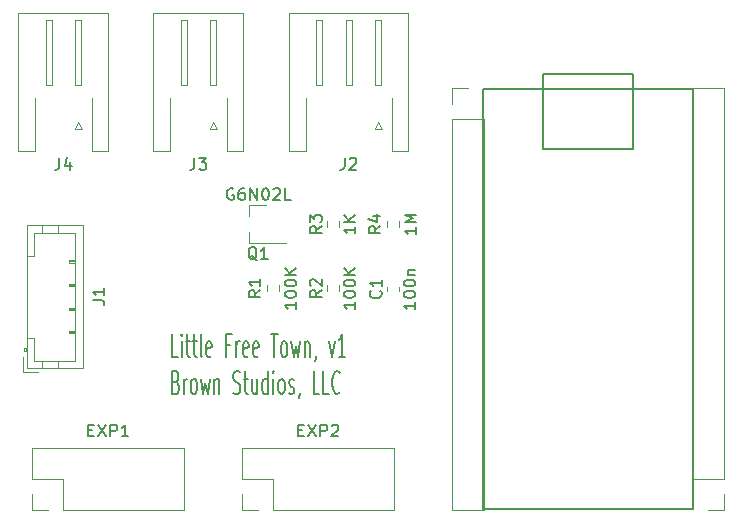
<source format=gbr>
%TF.GenerationSoftware,KiCad,Pcbnew,(5.1.10-1-10_14)*%
%TF.CreationDate,2021-08-23T22:51:27-07:00*%
%TF.ProjectId,town,746f776e-2e6b-4696-9361-645f70636258,rev?*%
%TF.SameCoordinates,Original*%
%TF.FileFunction,Legend,Top*%
%TF.FilePolarity,Positive*%
%FSLAX46Y46*%
G04 Gerber Fmt 4.6, Leading zero omitted, Abs format (unit mm)*
G04 Created by KiCad (PCBNEW (5.1.10-1-10_14)) date 2021-08-23 22:51:27*
%MOMM*%
%LPD*%
G01*
G04 APERTURE LIST*
%ADD10C,0.150000*%
%ADD11C,0.120000*%
G04 APERTURE END LIST*
D10*
X59231785Y-74767761D02*
X58755595Y-74767761D01*
X58755595Y-72767761D01*
X59565119Y-74767761D02*
X59565119Y-73434428D01*
X59565119Y-72767761D02*
X59517500Y-72863000D01*
X59565119Y-72958238D01*
X59612738Y-72863000D01*
X59565119Y-72767761D01*
X59565119Y-72958238D01*
X59898452Y-73434428D02*
X60279404Y-73434428D01*
X60041309Y-72767761D02*
X60041309Y-74482047D01*
X60088928Y-74672523D01*
X60184166Y-74767761D01*
X60279404Y-74767761D01*
X60469880Y-73434428D02*
X60850833Y-73434428D01*
X60612738Y-72767761D02*
X60612738Y-74482047D01*
X60660357Y-74672523D01*
X60755595Y-74767761D01*
X60850833Y-74767761D01*
X61327023Y-74767761D02*
X61231785Y-74672523D01*
X61184166Y-74482047D01*
X61184166Y-72767761D01*
X62088928Y-74672523D02*
X61993690Y-74767761D01*
X61803214Y-74767761D01*
X61707976Y-74672523D01*
X61660357Y-74482047D01*
X61660357Y-73720142D01*
X61707976Y-73529666D01*
X61803214Y-73434428D01*
X61993690Y-73434428D01*
X62088928Y-73529666D01*
X62136547Y-73720142D01*
X62136547Y-73910619D01*
X61660357Y-74101095D01*
X63660357Y-73720142D02*
X63327023Y-73720142D01*
X63327023Y-74767761D02*
X63327023Y-72767761D01*
X63803214Y-72767761D01*
X64184166Y-74767761D02*
X64184166Y-73434428D01*
X64184166Y-73815380D02*
X64231785Y-73624904D01*
X64279404Y-73529666D01*
X64374642Y-73434428D01*
X64469880Y-73434428D01*
X65184166Y-74672523D02*
X65088928Y-74767761D01*
X64898452Y-74767761D01*
X64803214Y-74672523D01*
X64755595Y-74482047D01*
X64755595Y-73720142D01*
X64803214Y-73529666D01*
X64898452Y-73434428D01*
X65088928Y-73434428D01*
X65184166Y-73529666D01*
X65231785Y-73720142D01*
X65231785Y-73910619D01*
X64755595Y-74101095D01*
X66041309Y-74672523D02*
X65946071Y-74767761D01*
X65755595Y-74767761D01*
X65660357Y-74672523D01*
X65612738Y-74482047D01*
X65612738Y-73720142D01*
X65660357Y-73529666D01*
X65755595Y-73434428D01*
X65946071Y-73434428D01*
X66041309Y-73529666D01*
X66088928Y-73720142D01*
X66088928Y-73910619D01*
X65612738Y-74101095D01*
X67136547Y-72767761D02*
X67707976Y-72767761D01*
X67422261Y-74767761D02*
X67422261Y-72767761D01*
X68184166Y-74767761D02*
X68088928Y-74672523D01*
X68041309Y-74577285D01*
X67993690Y-74386809D01*
X67993690Y-73815380D01*
X68041309Y-73624904D01*
X68088928Y-73529666D01*
X68184166Y-73434428D01*
X68327023Y-73434428D01*
X68422261Y-73529666D01*
X68469880Y-73624904D01*
X68517500Y-73815380D01*
X68517500Y-74386809D01*
X68469880Y-74577285D01*
X68422261Y-74672523D01*
X68327023Y-74767761D01*
X68184166Y-74767761D01*
X68850833Y-73434428D02*
X69041309Y-74767761D01*
X69231785Y-73815380D01*
X69422261Y-74767761D01*
X69612738Y-73434428D01*
X69993690Y-73434428D02*
X69993690Y-74767761D01*
X69993690Y-73624904D02*
X70041309Y-73529666D01*
X70136547Y-73434428D01*
X70279404Y-73434428D01*
X70374642Y-73529666D01*
X70422261Y-73720142D01*
X70422261Y-74767761D01*
X70946071Y-74672523D02*
X70946071Y-74767761D01*
X70898452Y-74958238D01*
X70850833Y-75053476D01*
X72041309Y-73434428D02*
X72279404Y-74767761D01*
X72517500Y-73434428D01*
X73422261Y-74767761D02*
X72850833Y-74767761D01*
X73136547Y-74767761D02*
X73136547Y-72767761D01*
X73041309Y-73053476D01*
X72946071Y-73243952D01*
X72850833Y-73339190D01*
X59088928Y-76870142D02*
X59231785Y-76965380D01*
X59279404Y-77060619D01*
X59327023Y-77251095D01*
X59327023Y-77536809D01*
X59279404Y-77727285D01*
X59231785Y-77822523D01*
X59136547Y-77917761D01*
X58755595Y-77917761D01*
X58755595Y-75917761D01*
X59088928Y-75917761D01*
X59184166Y-76013000D01*
X59231785Y-76108238D01*
X59279404Y-76298714D01*
X59279404Y-76489190D01*
X59231785Y-76679666D01*
X59184166Y-76774904D01*
X59088928Y-76870142D01*
X58755595Y-76870142D01*
X59755595Y-77917761D02*
X59755595Y-76584428D01*
X59755595Y-76965380D02*
X59803214Y-76774904D01*
X59850833Y-76679666D01*
X59946071Y-76584428D01*
X60041309Y-76584428D01*
X60517500Y-77917761D02*
X60422261Y-77822523D01*
X60374642Y-77727285D01*
X60327023Y-77536809D01*
X60327023Y-76965380D01*
X60374642Y-76774904D01*
X60422261Y-76679666D01*
X60517500Y-76584428D01*
X60660357Y-76584428D01*
X60755595Y-76679666D01*
X60803214Y-76774904D01*
X60850833Y-76965380D01*
X60850833Y-77536809D01*
X60803214Y-77727285D01*
X60755595Y-77822523D01*
X60660357Y-77917761D01*
X60517500Y-77917761D01*
X61184166Y-76584428D02*
X61374642Y-77917761D01*
X61565119Y-76965380D01*
X61755595Y-77917761D01*
X61946071Y-76584428D01*
X62327023Y-76584428D02*
X62327023Y-77917761D01*
X62327023Y-76774904D02*
X62374642Y-76679666D01*
X62469880Y-76584428D01*
X62612738Y-76584428D01*
X62707976Y-76679666D01*
X62755595Y-76870142D01*
X62755595Y-77917761D01*
X63946071Y-77822523D02*
X64088928Y-77917761D01*
X64327023Y-77917761D01*
X64422261Y-77822523D01*
X64469880Y-77727285D01*
X64517500Y-77536809D01*
X64517500Y-77346333D01*
X64469880Y-77155857D01*
X64422261Y-77060619D01*
X64327023Y-76965380D01*
X64136547Y-76870142D01*
X64041309Y-76774904D01*
X63993690Y-76679666D01*
X63946071Y-76489190D01*
X63946071Y-76298714D01*
X63993690Y-76108238D01*
X64041309Y-76013000D01*
X64136547Y-75917761D01*
X64374642Y-75917761D01*
X64517500Y-76013000D01*
X64803214Y-76584428D02*
X65184166Y-76584428D01*
X64946071Y-75917761D02*
X64946071Y-77632047D01*
X64993690Y-77822523D01*
X65088928Y-77917761D01*
X65184166Y-77917761D01*
X65946071Y-76584428D02*
X65946071Y-77917761D01*
X65517500Y-76584428D02*
X65517500Y-77632047D01*
X65565119Y-77822523D01*
X65660357Y-77917761D01*
X65803214Y-77917761D01*
X65898452Y-77822523D01*
X65946071Y-77727285D01*
X66850833Y-77917761D02*
X66850833Y-75917761D01*
X66850833Y-77822523D02*
X66755595Y-77917761D01*
X66565119Y-77917761D01*
X66469880Y-77822523D01*
X66422261Y-77727285D01*
X66374642Y-77536809D01*
X66374642Y-76965380D01*
X66422261Y-76774904D01*
X66469880Y-76679666D01*
X66565119Y-76584428D01*
X66755595Y-76584428D01*
X66850833Y-76679666D01*
X67327023Y-77917761D02*
X67327023Y-76584428D01*
X67327023Y-75917761D02*
X67279404Y-76013000D01*
X67327023Y-76108238D01*
X67374642Y-76013000D01*
X67327023Y-75917761D01*
X67327023Y-76108238D01*
X67946071Y-77917761D02*
X67850833Y-77822523D01*
X67803214Y-77727285D01*
X67755595Y-77536809D01*
X67755595Y-76965380D01*
X67803214Y-76774904D01*
X67850833Y-76679666D01*
X67946071Y-76584428D01*
X68088928Y-76584428D01*
X68184166Y-76679666D01*
X68231785Y-76774904D01*
X68279404Y-76965380D01*
X68279404Y-77536809D01*
X68231785Y-77727285D01*
X68184166Y-77822523D01*
X68088928Y-77917761D01*
X67946071Y-77917761D01*
X68660357Y-77822523D02*
X68755595Y-77917761D01*
X68946071Y-77917761D01*
X69041309Y-77822523D01*
X69088928Y-77632047D01*
X69088928Y-77536809D01*
X69041309Y-77346333D01*
X68946071Y-77251095D01*
X68803214Y-77251095D01*
X68707976Y-77155857D01*
X68660357Y-76965380D01*
X68660357Y-76870142D01*
X68707976Y-76679666D01*
X68803214Y-76584428D01*
X68946071Y-76584428D01*
X69041309Y-76679666D01*
X69565119Y-77822523D02*
X69565119Y-77917761D01*
X69517500Y-78108238D01*
X69469880Y-78203476D01*
X71231785Y-77917761D02*
X70755595Y-77917761D01*
X70755595Y-75917761D01*
X72041309Y-77917761D02*
X71565119Y-77917761D01*
X71565119Y-75917761D01*
X72946071Y-77727285D02*
X72898452Y-77822523D01*
X72755595Y-77917761D01*
X72660357Y-77917761D01*
X72517500Y-77822523D01*
X72422261Y-77632047D01*
X72374642Y-77441571D01*
X72327023Y-77060619D01*
X72327023Y-76774904D01*
X72374642Y-76393952D01*
X72422261Y-76203476D01*
X72517500Y-76013000D01*
X72660357Y-75917761D01*
X72755595Y-75917761D01*
X72898452Y-76013000D01*
X72946071Y-76108238D01*
%TO.C,U1*%
X85090000Y-52070000D02*
X102870000Y-52070000D01*
X85090000Y-87630000D02*
X85090000Y-52070000D01*
X102870000Y-87630000D02*
X85090000Y-87630000D01*
X102870000Y-52070000D02*
X102870000Y-87630000D01*
X90170000Y-57150000D02*
X90170000Y-52070000D01*
X97790000Y-57150000D02*
X97790000Y-52070000D01*
X90170000Y-57150000D02*
X97790000Y-57150000D01*
X97790000Y-50800000D02*
X97790000Y-52070000D01*
X90170000Y-50800000D02*
X97790000Y-50800000D01*
X90170000Y-52070000D02*
X90170000Y-50800000D01*
D11*
%TO.C,EXP2*%
X64710000Y-87690000D02*
X64710000Y-86360000D01*
X66040000Y-87690000D02*
X64710000Y-87690000D01*
X64710000Y-85090000D02*
X64710000Y-82490000D01*
X67310000Y-85090000D02*
X64710000Y-85090000D01*
X67310000Y-87690000D02*
X67310000Y-85090000D01*
X64710000Y-82490000D02*
X77530000Y-82490000D01*
X67310000Y-87690000D02*
X77530000Y-87690000D01*
X77530000Y-87690000D02*
X77530000Y-82490000D01*
%TO.C,EXP1*%
X46930000Y-87690000D02*
X46930000Y-86360000D01*
X48260000Y-87690000D02*
X46930000Y-87690000D01*
X46930000Y-85090000D02*
X46930000Y-82490000D01*
X49530000Y-85090000D02*
X46930000Y-85090000D01*
X49530000Y-87690000D02*
X49530000Y-85090000D01*
X46930000Y-82490000D02*
X59750000Y-82490000D01*
X49530000Y-87690000D02*
X59750000Y-87690000D01*
X59750000Y-87690000D02*
X59750000Y-82490000D01*
%TO.C,Q1*%
X65280000Y-61920000D02*
X66740000Y-61920000D01*
X65280000Y-65080000D02*
X68440000Y-65080000D01*
X65280000Y-65080000D02*
X65280000Y-64150000D01*
X65280000Y-61920000D02*
X65280000Y-62850000D01*
%TO.C,R4*%
X76947500Y-63245276D02*
X76947500Y-63754724D01*
X77992500Y-63245276D02*
X77992500Y-63754724D01*
%TO.C,R3*%
X72912500Y-63754724D02*
X72912500Y-63245276D01*
X71867500Y-63754724D02*
X71867500Y-63245276D01*
%TO.C,R2*%
X72912500Y-69192224D02*
X72912500Y-68682776D01*
X71867500Y-69192224D02*
X71867500Y-68682776D01*
%TO.C,R1*%
X66787500Y-68682776D02*
X66787500Y-69192224D01*
X67832500Y-68682776D02*
X67832500Y-69192224D01*
%TO.C,J4*%
X50500000Y-55440000D02*
X50800000Y-54840000D01*
X51100000Y-55440000D02*
X50500000Y-55440000D01*
X50800000Y-54840000D02*
X51100000Y-55440000D01*
X48050000Y-51740000D02*
X48550000Y-51740000D01*
X48050000Y-46240000D02*
X48050000Y-51740000D01*
X48550000Y-46240000D02*
X48050000Y-46240000D01*
X48550000Y-51740000D02*
X48550000Y-46240000D01*
X50550000Y-51740000D02*
X51050000Y-51740000D01*
X50550000Y-46240000D02*
X50550000Y-51740000D01*
X51050000Y-46240000D02*
X50550000Y-46240000D01*
X51050000Y-51740000D02*
X51050000Y-46240000D01*
X47160000Y-57350000D02*
X47160000Y-52850000D01*
X45740000Y-57350000D02*
X47160000Y-57350000D01*
X45740000Y-45630000D02*
X45740000Y-57350000D01*
X49550000Y-45630000D02*
X45740000Y-45630000D01*
X51940000Y-57350000D02*
X51940000Y-52850000D01*
X53360000Y-57350000D02*
X51940000Y-57350000D01*
X53360000Y-45630000D02*
X53360000Y-57350000D01*
X49550000Y-45630000D02*
X53360000Y-45630000D01*
%TO.C,J3*%
X61930000Y-55440000D02*
X62230000Y-54840000D01*
X62530000Y-55440000D02*
X61930000Y-55440000D01*
X62230000Y-54840000D02*
X62530000Y-55440000D01*
X59480000Y-51740000D02*
X59980000Y-51740000D01*
X59480000Y-46240000D02*
X59480000Y-51740000D01*
X59980000Y-46240000D02*
X59480000Y-46240000D01*
X59980000Y-51740000D02*
X59980000Y-46240000D01*
X61980000Y-51740000D02*
X62480000Y-51740000D01*
X61980000Y-46240000D02*
X61980000Y-51740000D01*
X62480000Y-46240000D02*
X61980000Y-46240000D01*
X62480000Y-51740000D02*
X62480000Y-46240000D01*
X58590000Y-57350000D02*
X58590000Y-52850000D01*
X57170000Y-57350000D02*
X58590000Y-57350000D01*
X57170000Y-45630000D02*
X57170000Y-57350000D01*
X60980000Y-45630000D02*
X57170000Y-45630000D01*
X63370000Y-57350000D02*
X63370000Y-52850000D01*
X64790000Y-57350000D02*
X63370000Y-57350000D01*
X64790000Y-45630000D02*
X64790000Y-57350000D01*
X60980000Y-45630000D02*
X64790000Y-45630000D01*
%TO.C,J2*%
X75900000Y-55440000D02*
X76200000Y-54840000D01*
X76500000Y-55440000D02*
X75900000Y-55440000D01*
X76200000Y-54840000D02*
X76500000Y-55440000D01*
X70950000Y-51740000D02*
X71450000Y-51740000D01*
X70950000Y-46240000D02*
X70950000Y-51740000D01*
X71450000Y-46240000D02*
X70950000Y-46240000D01*
X71450000Y-51740000D02*
X71450000Y-46240000D01*
X73450000Y-51740000D02*
X73950000Y-51740000D01*
X73450000Y-46240000D02*
X73450000Y-51740000D01*
X73950000Y-46240000D02*
X73450000Y-46240000D01*
X73950000Y-51740000D02*
X73950000Y-46240000D01*
X75950000Y-51740000D02*
X76450000Y-51740000D01*
X75950000Y-46240000D02*
X75950000Y-51740000D01*
X76450000Y-46240000D02*
X75950000Y-46240000D01*
X76450000Y-51740000D02*
X76450000Y-46240000D01*
X70060000Y-57350000D02*
X70060000Y-52850000D01*
X68640000Y-57350000D02*
X70060000Y-57350000D01*
X68640000Y-45630000D02*
X68640000Y-57350000D01*
X73700000Y-45630000D02*
X68640000Y-45630000D01*
X77340000Y-57350000D02*
X77340000Y-52850000D01*
X78760000Y-57350000D02*
X77340000Y-57350000D01*
X78760000Y-45630000D02*
X78760000Y-57350000D01*
X73700000Y-45630000D02*
X78760000Y-45630000D01*
%TO.C,J1*%
X46150000Y-76020000D02*
X47400000Y-76020000D01*
X46150000Y-74770000D02*
X46150000Y-76020000D01*
X50560000Y-66660000D02*
X50060000Y-66660000D01*
X50060000Y-66560000D02*
X50560000Y-66560000D01*
X50060000Y-66760000D02*
X50060000Y-66560000D01*
X50560000Y-66760000D02*
X50060000Y-66760000D01*
X50560000Y-68660000D02*
X50060000Y-68660000D01*
X50060000Y-68560000D02*
X50560000Y-68560000D01*
X50060000Y-68760000D02*
X50060000Y-68560000D01*
X50560000Y-68760000D02*
X50060000Y-68760000D01*
X50560000Y-70660000D02*
X50060000Y-70660000D01*
X50060000Y-70560000D02*
X50560000Y-70560000D01*
X50060000Y-70760000D02*
X50060000Y-70560000D01*
X50560000Y-70760000D02*
X50060000Y-70760000D01*
X50560000Y-72660000D02*
X50060000Y-72660000D01*
X50060000Y-72560000D02*
X50560000Y-72560000D01*
X50060000Y-72760000D02*
X50060000Y-72560000D01*
X50560000Y-72760000D02*
X50060000Y-72760000D01*
X49060000Y-63600000D02*
X49060000Y-64210000D01*
X47760000Y-63600000D02*
X47760000Y-64210000D01*
X49060000Y-75720000D02*
X49060000Y-75110000D01*
X47760000Y-75720000D02*
X47760000Y-75110000D01*
X47060000Y-66160000D02*
X46450000Y-66160000D01*
X47060000Y-64210000D02*
X47060000Y-66160000D01*
X50560000Y-64210000D02*
X47060000Y-64210000D01*
X50560000Y-75110000D02*
X50560000Y-64210000D01*
X47060000Y-75110000D02*
X50560000Y-75110000D01*
X47060000Y-73160000D02*
X47060000Y-75110000D01*
X46450000Y-73160000D02*
X47060000Y-73160000D01*
X46350000Y-73960000D02*
X46350000Y-74260000D01*
X46250000Y-74260000D02*
X46450000Y-74260000D01*
X46250000Y-73960000D02*
X46250000Y-74260000D01*
X46450000Y-73960000D02*
X46250000Y-73960000D01*
X46450000Y-63600000D02*
X46450000Y-75720000D01*
X51170000Y-63600000D02*
X46450000Y-63600000D01*
X51170000Y-75720000D02*
X51170000Y-63600000D01*
X46450000Y-75720000D02*
X51170000Y-75720000D01*
%TO.C,H2*%
X105470000Y-87690000D02*
X104140000Y-87690000D01*
X105470000Y-86360000D02*
X105470000Y-87690000D01*
X105470000Y-85090000D02*
X102810000Y-85090000D01*
X102810000Y-85090000D02*
X102810000Y-52010000D01*
X105470000Y-85090000D02*
X105470000Y-52010000D01*
X105470000Y-52010000D02*
X102810000Y-52010000D01*
%TO.C,H1*%
X82490000Y-52010000D02*
X83820000Y-52010000D01*
X82490000Y-53340000D02*
X82490000Y-52010000D01*
X82490000Y-54610000D02*
X85150000Y-54610000D01*
X85150000Y-54610000D02*
X85150000Y-87690000D01*
X82490000Y-54610000D02*
X82490000Y-87690000D01*
X82490000Y-87690000D02*
X85150000Y-87690000D01*
%TO.C,C1*%
X77980000Y-69133767D02*
X77980000Y-68841233D01*
X76960000Y-69133767D02*
X76960000Y-68841233D01*
%TO.C,EXP2*%
D10*
X69453333Y-80954571D02*
X69786666Y-80954571D01*
X69929523Y-81478380D02*
X69453333Y-81478380D01*
X69453333Y-80478380D01*
X69929523Y-80478380D01*
X70262857Y-80478380D02*
X70929523Y-81478380D01*
X70929523Y-80478380D02*
X70262857Y-81478380D01*
X71310476Y-81478380D02*
X71310476Y-80478380D01*
X71691428Y-80478380D01*
X71786666Y-80526000D01*
X71834285Y-80573619D01*
X71881904Y-80668857D01*
X71881904Y-80811714D01*
X71834285Y-80906952D01*
X71786666Y-80954571D01*
X71691428Y-81002190D01*
X71310476Y-81002190D01*
X72262857Y-80573619D02*
X72310476Y-80526000D01*
X72405714Y-80478380D01*
X72643809Y-80478380D01*
X72739047Y-80526000D01*
X72786666Y-80573619D01*
X72834285Y-80668857D01*
X72834285Y-80764095D01*
X72786666Y-80906952D01*
X72215238Y-81478380D01*
X72834285Y-81478380D01*
%TO.C,EXP1*%
X51673333Y-80954571D02*
X52006666Y-80954571D01*
X52149523Y-81478380D02*
X51673333Y-81478380D01*
X51673333Y-80478380D01*
X52149523Y-80478380D01*
X52482857Y-80478380D02*
X53149523Y-81478380D01*
X53149523Y-80478380D02*
X52482857Y-81478380D01*
X53530476Y-81478380D02*
X53530476Y-80478380D01*
X53911428Y-80478380D01*
X54006666Y-80526000D01*
X54054285Y-80573619D01*
X54101904Y-80668857D01*
X54101904Y-80811714D01*
X54054285Y-80906952D01*
X54006666Y-80954571D01*
X53911428Y-81002190D01*
X53530476Y-81002190D01*
X55054285Y-81478380D02*
X54482857Y-81478380D01*
X54768571Y-81478380D02*
X54768571Y-80478380D01*
X54673333Y-80621238D01*
X54578095Y-80716476D01*
X54482857Y-80764095D01*
%TO.C,Q1*%
X65944761Y-66547619D02*
X65849523Y-66500000D01*
X65754285Y-66404761D01*
X65611428Y-66261904D01*
X65516190Y-66214285D01*
X65420952Y-66214285D01*
X65468571Y-66452380D02*
X65373333Y-66404761D01*
X65278095Y-66309523D01*
X65230476Y-66119047D01*
X65230476Y-65785714D01*
X65278095Y-65595238D01*
X65373333Y-65500000D01*
X65468571Y-65452380D01*
X65659047Y-65452380D01*
X65754285Y-65500000D01*
X65849523Y-65595238D01*
X65897142Y-65785714D01*
X65897142Y-66119047D01*
X65849523Y-66309523D01*
X65754285Y-66404761D01*
X65659047Y-66452380D01*
X65468571Y-66452380D01*
X66849523Y-66452380D02*
X66278095Y-66452380D01*
X66563809Y-66452380D02*
X66563809Y-65452380D01*
X66468571Y-65595238D01*
X66373333Y-65690476D01*
X66278095Y-65738095D01*
X63944761Y-60500000D02*
X63849523Y-60452380D01*
X63706666Y-60452380D01*
X63563809Y-60500000D01*
X63468571Y-60595238D01*
X63420952Y-60690476D01*
X63373333Y-60880952D01*
X63373333Y-61023809D01*
X63420952Y-61214285D01*
X63468571Y-61309523D01*
X63563809Y-61404761D01*
X63706666Y-61452380D01*
X63801904Y-61452380D01*
X63944761Y-61404761D01*
X63992380Y-61357142D01*
X63992380Y-61023809D01*
X63801904Y-61023809D01*
X64849523Y-60452380D02*
X64659047Y-60452380D01*
X64563809Y-60500000D01*
X64516190Y-60547619D01*
X64420952Y-60690476D01*
X64373333Y-60880952D01*
X64373333Y-61261904D01*
X64420952Y-61357142D01*
X64468571Y-61404761D01*
X64563809Y-61452380D01*
X64754285Y-61452380D01*
X64849523Y-61404761D01*
X64897142Y-61357142D01*
X64944761Y-61261904D01*
X64944761Y-61023809D01*
X64897142Y-60928571D01*
X64849523Y-60880952D01*
X64754285Y-60833333D01*
X64563809Y-60833333D01*
X64468571Y-60880952D01*
X64420952Y-60928571D01*
X64373333Y-61023809D01*
X65373333Y-61452380D02*
X65373333Y-60452380D01*
X65944761Y-61452380D01*
X65944761Y-60452380D01*
X66611428Y-60452380D02*
X66706666Y-60452380D01*
X66801904Y-60500000D01*
X66849523Y-60547619D01*
X66897142Y-60642857D01*
X66944761Y-60833333D01*
X66944761Y-61071428D01*
X66897142Y-61261904D01*
X66849523Y-61357142D01*
X66801904Y-61404761D01*
X66706666Y-61452380D01*
X66611428Y-61452380D01*
X66516190Y-61404761D01*
X66468571Y-61357142D01*
X66420952Y-61261904D01*
X66373333Y-61071428D01*
X66373333Y-60833333D01*
X66420952Y-60642857D01*
X66468571Y-60547619D01*
X66516190Y-60500000D01*
X66611428Y-60452380D01*
X67325714Y-60547619D02*
X67373333Y-60500000D01*
X67468571Y-60452380D01*
X67706666Y-60452380D01*
X67801904Y-60500000D01*
X67849523Y-60547619D01*
X67897142Y-60642857D01*
X67897142Y-60738095D01*
X67849523Y-60880952D01*
X67278095Y-61452380D01*
X67897142Y-61452380D01*
X68801904Y-61452380D02*
X68325714Y-61452380D01*
X68325714Y-60452380D01*
%TO.C,R4*%
X76398380Y-63666666D02*
X75922190Y-64000000D01*
X76398380Y-64238095D02*
X75398380Y-64238095D01*
X75398380Y-63857142D01*
X75446000Y-63761904D01*
X75493619Y-63714285D01*
X75588857Y-63666666D01*
X75731714Y-63666666D01*
X75826952Y-63714285D01*
X75874571Y-63761904D01*
X75922190Y-63857142D01*
X75922190Y-64238095D01*
X75731714Y-62809523D02*
X76398380Y-62809523D01*
X75350761Y-63047619D02*
X76065047Y-63285714D01*
X76065047Y-62666666D01*
X79446380Y-63785714D02*
X79446380Y-64357142D01*
X79446380Y-64071428D02*
X78446380Y-64071428D01*
X78589238Y-64166666D01*
X78684476Y-64261904D01*
X78732095Y-64357142D01*
X79446380Y-63357142D02*
X78446380Y-63357142D01*
X79160666Y-63023809D01*
X78446380Y-62690476D01*
X79446380Y-62690476D01*
%TO.C,R3*%
X71412380Y-63666666D02*
X70936190Y-64000000D01*
X71412380Y-64238095D02*
X70412380Y-64238095D01*
X70412380Y-63857142D01*
X70460000Y-63761904D01*
X70507619Y-63714285D01*
X70602857Y-63666666D01*
X70745714Y-63666666D01*
X70840952Y-63714285D01*
X70888571Y-63761904D01*
X70936190Y-63857142D01*
X70936190Y-64238095D01*
X70412380Y-63333333D02*
X70412380Y-62714285D01*
X70793333Y-63047619D01*
X70793333Y-62904761D01*
X70840952Y-62809523D01*
X70888571Y-62761904D01*
X70983809Y-62714285D01*
X71221904Y-62714285D01*
X71317142Y-62761904D01*
X71364761Y-62809523D01*
X71412380Y-62904761D01*
X71412380Y-63190476D01*
X71364761Y-63285714D01*
X71317142Y-63333333D01*
X74272380Y-63714285D02*
X74272380Y-64285714D01*
X74272380Y-64000000D02*
X73272380Y-64000000D01*
X73415238Y-64095238D01*
X73510476Y-64190476D01*
X73558095Y-64285714D01*
X74272380Y-63285714D02*
X73272380Y-63285714D01*
X74272380Y-62714285D02*
X73700952Y-63142857D01*
X73272380Y-62714285D02*
X73843809Y-63285714D01*
%TO.C,R2*%
X71412380Y-69104166D02*
X70936190Y-69437500D01*
X71412380Y-69675595D02*
X70412380Y-69675595D01*
X70412380Y-69294642D01*
X70460000Y-69199404D01*
X70507619Y-69151785D01*
X70602857Y-69104166D01*
X70745714Y-69104166D01*
X70840952Y-69151785D01*
X70888571Y-69199404D01*
X70936190Y-69294642D01*
X70936190Y-69675595D01*
X70507619Y-68723214D02*
X70460000Y-68675595D01*
X70412380Y-68580357D01*
X70412380Y-68342261D01*
X70460000Y-68247023D01*
X70507619Y-68199404D01*
X70602857Y-68151785D01*
X70698095Y-68151785D01*
X70840952Y-68199404D01*
X71412380Y-68770833D01*
X71412380Y-68151785D01*
X74272380Y-70104166D02*
X74272380Y-70675595D01*
X74272380Y-70389880D02*
X73272380Y-70389880D01*
X73415238Y-70485119D01*
X73510476Y-70580357D01*
X73558095Y-70675595D01*
X73272380Y-69485119D02*
X73272380Y-69389880D01*
X73320000Y-69294642D01*
X73367619Y-69247023D01*
X73462857Y-69199404D01*
X73653333Y-69151785D01*
X73891428Y-69151785D01*
X74081904Y-69199404D01*
X74177142Y-69247023D01*
X74224761Y-69294642D01*
X74272380Y-69389880D01*
X74272380Y-69485119D01*
X74224761Y-69580357D01*
X74177142Y-69627976D01*
X74081904Y-69675595D01*
X73891428Y-69723214D01*
X73653333Y-69723214D01*
X73462857Y-69675595D01*
X73367619Y-69627976D01*
X73320000Y-69580357D01*
X73272380Y-69485119D01*
X73272380Y-68532738D02*
X73272380Y-68437500D01*
X73320000Y-68342261D01*
X73367619Y-68294642D01*
X73462857Y-68247023D01*
X73653333Y-68199404D01*
X73891428Y-68199404D01*
X74081904Y-68247023D01*
X74177142Y-68294642D01*
X74224761Y-68342261D01*
X74272380Y-68437500D01*
X74272380Y-68532738D01*
X74224761Y-68627976D01*
X74177142Y-68675595D01*
X74081904Y-68723214D01*
X73891428Y-68770833D01*
X73653333Y-68770833D01*
X73462857Y-68723214D01*
X73367619Y-68675595D01*
X73320000Y-68627976D01*
X73272380Y-68532738D01*
X74272380Y-67770833D02*
X73272380Y-67770833D01*
X74272380Y-67199404D02*
X73700952Y-67627976D01*
X73272380Y-67199404D02*
X73843809Y-67770833D01*
%TO.C,R1*%
X66238380Y-69104166D02*
X65762190Y-69437500D01*
X66238380Y-69675595D02*
X65238380Y-69675595D01*
X65238380Y-69294642D01*
X65286000Y-69199404D01*
X65333619Y-69151785D01*
X65428857Y-69104166D01*
X65571714Y-69104166D01*
X65666952Y-69151785D01*
X65714571Y-69199404D01*
X65762190Y-69294642D01*
X65762190Y-69675595D01*
X66238380Y-68151785D02*
X66238380Y-68723214D01*
X66238380Y-68437500D02*
X65238380Y-68437500D01*
X65381238Y-68532738D01*
X65476476Y-68627976D01*
X65524095Y-68723214D01*
X69286380Y-70104166D02*
X69286380Y-70675595D01*
X69286380Y-70389880D02*
X68286380Y-70389880D01*
X68429238Y-70485119D01*
X68524476Y-70580357D01*
X68572095Y-70675595D01*
X68286380Y-69485119D02*
X68286380Y-69389880D01*
X68334000Y-69294642D01*
X68381619Y-69247023D01*
X68476857Y-69199404D01*
X68667333Y-69151785D01*
X68905428Y-69151785D01*
X69095904Y-69199404D01*
X69191142Y-69247023D01*
X69238761Y-69294642D01*
X69286380Y-69389880D01*
X69286380Y-69485119D01*
X69238761Y-69580357D01*
X69191142Y-69627976D01*
X69095904Y-69675595D01*
X68905428Y-69723214D01*
X68667333Y-69723214D01*
X68476857Y-69675595D01*
X68381619Y-69627976D01*
X68334000Y-69580357D01*
X68286380Y-69485119D01*
X68286380Y-68532738D02*
X68286380Y-68437500D01*
X68334000Y-68342261D01*
X68381619Y-68294642D01*
X68476857Y-68247023D01*
X68667333Y-68199404D01*
X68905428Y-68199404D01*
X69095904Y-68247023D01*
X69191142Y-68294642D01*
X69238761Y-68342261D01*
X69286380Y-68437500D01*
X69286380Y-68532738D01*
X69238761Y-68627976D01*
X69191142Y-68675595D01*
X69095904Y-68723214D01*
X68905428Y-68770833D01*
X68667333Y-68770833D01*
X68476857Y-68723214D01*
X68381619Y-68675595D01*
X68334000Y-68627976D01*
X68286380Y-68532738D01*
X69286380Y-67770833D02*
X68286380Y-67770833D01*
X69286380Y-67199404D02*
X68714952Y-67627976D01*
X68286380Y-67199404D02*
X68857809Y-67770833D01*
%TO.C,J4*%
X49216666Y-57892380D02*
X49216666Y-58606666D01*
X49169047Y-58749523D01*
X49073809Y-58844761D01*
X48930952Y-58892380D01*
X48835714Y-58892380D01*
X50121428Y-58225714D02*
X50121428Y-58892380D01*
X49883333Y-57844761D02*
X49645238Y-58559047D01*
X50264285Y-58559047D01*
%TO.C,J3*%
X60646666Y-57892380D02*
X60646666Y-58606666D01*
X60599047Y-58749523D01*
X60503809Y-58844761D01*
X60360952Y-58892380D01*
X60265714Y-58892380D01*
X61027619Y-57892380D02*
X61646666Y-57892380D01*
X61313333Y-58273333D01*
X61456190Y-58273333D01*
X61551428Y-58320952D01*
X61599047Y-58368571D01*
X61646666Y-58463809D01*
X61646666Y-58701904D01*
X61599047Y-58797142D01*
X61551428Y-58844761D01*
X61456190Y-58892380D01*
X61170476Y-58892380D01*
X61075238Y-58844761D01*
X61027619Y-58797142D01*
%TO.C,J2*%
X73366666Y-57892380D02*
X73366666Y-58606666D01*
X73319047Y-58749523D01*
X73223809Y-58844761D01*
X73080952Y-58892380D01*
X72985714Y-58892380D01*
X73795238Y-57987619D02*
X73842857Y-57940000D01*
X73938095Y-57892380D01*
X74176190Y-57892380D01*
X74271428Y-57940000D01*
X74319047Y-57987619D01*
X74366666Y-58082857D01*
X74366666Y-58178095D01*
X74319047Y-58320952D01*
X73747619Y-58892380D01*
X74366666Y-58892380D01*
%TO.C,J1*%
X52030380Y-69929333D02*
X52744666Y-69929333D01*
X52887523Y-69976952D01*
X52982761Y-70072190D01*
X53030380Y-70215047D01*
X53030380Y-70310285D01*
X53030380Y-68929333D02*
X53030380Y-69500761D01*
X53030380Y-69215047D02*
X52030380Y-69215047D01*
X52173238Y-69310285D01*
X52268476Y-69405523D01*
X52316095Y-69500761D01*
%TO.C,C1*%
X76397142Y-69154166D02*
X76444761Y-69201785D01*
X76492380Y-69344642D01*
X76492380Y-69439880D01*
X76444761Y-69582738D01*
X76349523Y-69677976D01*
X76254285Y-69725595D01*
X76063809Y-69773214D01*
X75920952Y-69773214D01*
X75730476Y-69725595D01*
X75635238Y-69677976D01*
X75540000Y-69582738D01*
X75492380Y-69439880D01*
X75492380Y-69344642D01*
X75540000Y-69201785D01*
X75587619Y-69154166D01*
X76492380Y-68201785D02*
X76492380Y-68773214D01*
X76492380Y-68487500D02*
X75492380Y-68487500D01*
X75635238Y-68582738D01*
X75730476Y-68677976D01*
X75778095Y-68773214D01*
X79352380Y-70106547D02*
X79352380Y-70677976D01*
X79352380Y-70392261D02*
X78352380Y-70392261D01*
X78495238Y-70487500D01*
X78590476Y-70582738D01*
X78638095Y-70677976D01*
X78352380Y-69487500D02*
X78352380Y-69392261D01*
X78400000Y-69297023D01*
X78447619Y-69249404D01*
X78542857Y-69201785D01*
X78733333Y-69154166D01*
X78971428Y-69154166D01*
X79161904Y-69201785D01*
X79257142Y-69249404D01*
X79304761Y-69297023D01*
X79352380Y-69392261D01*
X79352380Y-69487500D01*
X79304761Y-69582738D01*
X79257142Y-69630357D01*
X79161904Y-69677976D01*
X78971428Y-69725595D01*
X78733333Y-69725595D01*
X78542857Y-69677976D01*
X78447619Y-69630357D01*
X78400000Y-69582738D01*
X78352380Y-69487500D01*
X78352380Y-68535119D02*
X78352380Y-68439880D01*
X78400000Y-68344642D01*
X78447619Y-68297023D01*
X78542857Y-68249404D01*
X78733333Y-68201785D01*
X78971428Y-68201785D01*
X79161904Y-68249404D01*
X79257142Y-68297023D01*
X79304761Y-68344642D01*
X79352380Y-68439880D01*
X79352380Y-68535119D01*
X79304761Y-68630357D01*
X79257142Y-68677976D01*
X79161904Y-68725595D01*
X78971428Y-68773214D01*
X78733333Y-68773214D01*
X78542857Y-68725595D01*
X78447619Y-68677976D01*
X78400000Y-68630357D01*
X78352380Y-68535119D01*
X78685714Y-67773214D02*
X79352380Y-67773214D01*
X78780952Y-67773214D02*
X78733333Y-67725595D01*
X78685714Y-67630357D01*
X78685714Y-67487500D01*
X78733333Y-67392261D01*
X78828571Y-67344642D01*
X79352380Y-67344642D01*
%TD*%
M02*

</source>
